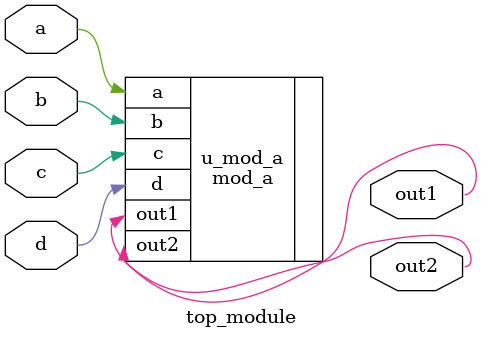
<source format=v>
module top_module ( 
    input a, 
    input b, 
    input c,
    input d,
    output out1,
    output out2
);

    mod_a u_mod_a (
        .out1(out1), 
        .out2(out2), 
        .a(a), 
        .b(b), 
        .c(c), 
        .d(d)
    );

endmodule
</source>
